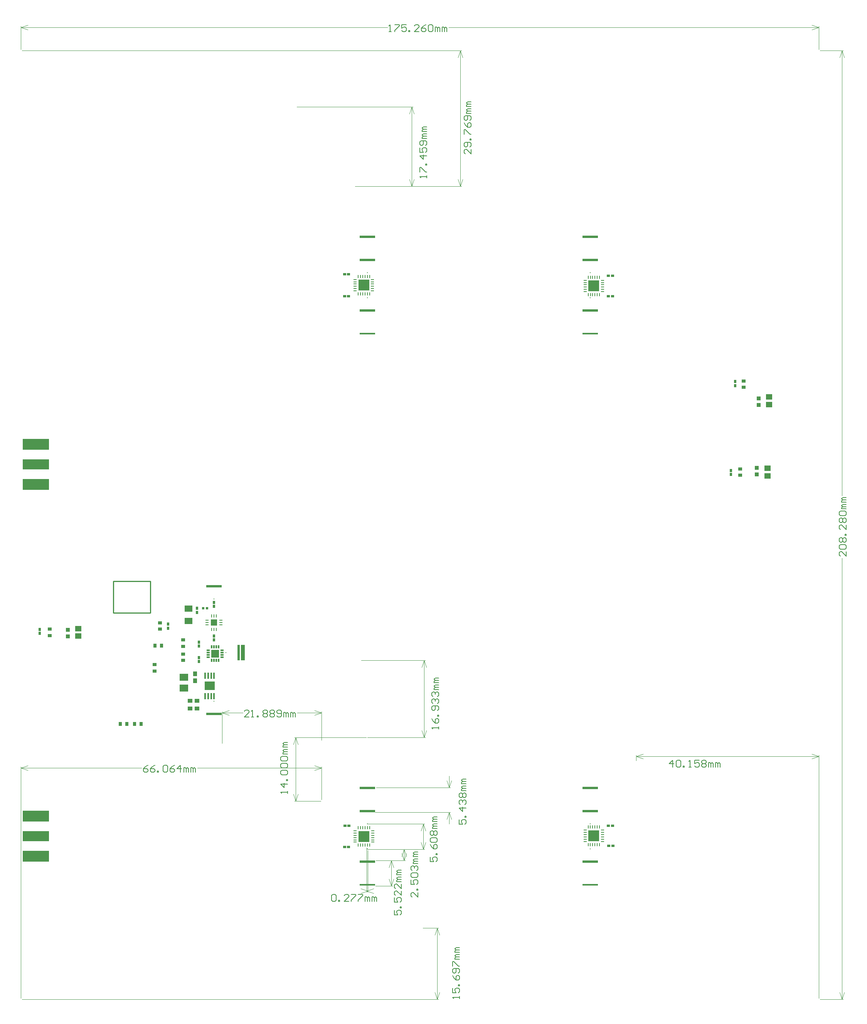
<source format=gtp>
G04*
G04 #@! TF.GenerationSoftware,Altium Limited,Altium Designer,23.2.1 (34)*
G04*
G04 Layer_Color=8421504*
%FSLAX25Y25*%
%MOIN*%
G70*
G04*
G04 #@! TF.SameCoordinates,F271847A-4AD1-4DFD-BFDE-6748CE706F92*
G04*
G04*
G04 #@! TF.FilePolarity,Positive*
G04*
G01*
G75*
%ADD12C,0.01000*%
%ADD15C,0.00394*%
%ADD16C,0.00600*%
%ADD17R,0.13610X0.01575*%
%ADD18R,0.03291X0.13610*%
%ADD19R,0.03543X0.02756*%
%ADD20R,0.01968X0.02756*%
%ADD21R,0.13610X0.01992*%
%ADD22R,0.09646X0.09646*%
%ADD23R,0.03150X0.00984*%
%ADD24R,0.00984X0.03150*%
%ADD25R,0.02598X0.02441*%
%ADD26R,0.13610X0.01968*%
%ADD27R,0.01100X0.01000*%
%ADD28R,0.01968X0.13610*%
%ADD29R,0.01000X0.01100*%
%ADD30R,0.05733X0.04940*%
%ADD31R,0.03591X0.03772*%
%ADD32R,0.23000X0.09000*%
%ADD33R,0.23000X0.09500*%
%ADD34R,0.02441X0.02598*%
%ADD35R,0.02756X0.03543*%
%ADD36R,0.01772X0.05315*%
%ADD37R,0.08898X0.07205*%
%ADD38R,0.05709X0.05709*%
%ADD39R,0.02559X0.00984*%
%ADD40R,0.00984X0.02559*%
%ADD41R,0.01181X0.02953*%
%ADD42R,0.02953X0.01181*%
%ADD43R,0.06890X0.06890*%
%ADD44R,0.07087X0.05315*%
%ADD45R,0.07284X0.06496*%
%ADD46R,0.03740X0.03937*%
%ADD47R,0.03937X0.03740*%
%ADD48R,0.02423X0.02254*%
D12*
X301905Y381390D02*
X302000Y354225D01*
X270016Y381279D02*
X270111Y354114D01*
X270016Y381279D02*
X301905Y381390D01*
X270111Y354114D02*
X302000Y354225D01*
D15*
X190000Y21000D02*
Y221000D01*
X450093Y192713D02*
Y221000D01*
X190000Y220000D02*
X294354D01*
X342539D02*
X450093D01*
X190000D02*
X196000Y218000D01*
X190000Y220000D02*
X196000Y222000D01*
X444093D02*
X450093Y220000D01*
X444093Y218000D02*
X450093Y220000D01*
X880000Y21000D02*
Y231000D01*
X721897Y226489D02*
Y231000D01*
X800949Y230000D02*
X880000D01*
X721897D02*
X800949D01*
X874000Y232000D02*
X880000Y230000D01*
X874000Y228000D02*
X880000Y230000D01*
X721897D02*
X727897Y228000D01*
X721897Y230000D02*
X727897Y232000D01*
X191000Y20000D02*
X551000D01*
X537527Y81799D02*
X551000D01*
X550000Y20000D02*
Y50899D01*
Y81799D01*
Y20000D02*
X552000Y26000D01*
X548000D02*
X550000Y20000D01*
X548000Y75799D02*
X550000Y81799D01*
X552000Y75799D01*
X191000Y840000D02*
X571000D01*
X490484Y722797D02*
X571000D01*
X570000Y781399D02*
Y840000D01*
Y722797D02*
Y781399D01*
X568000Y834000D02*
X570000Y840000D01*
X572000Y834000D01*
X570000Y722797D02*
X572000Y728797D01*
X568000D02*
X570000Y722797D01*
X881000Y20000D02*
X901000D01*
X881000Y840000D02*
X901000D01*
X900000Y20000D02*
Y401308D01*
Y455492D02*
Y840000D01*
Y20000D02*
X902000Y26000D01*
X898000D02*
X900000Y20000D01*
X898000Y834000D02*
X900000Y840000D01*
X902000Y834000D01*
X880000Y841000D02*
Y861000D01*
X190000Y841000D02*
Y861000D01*
X559992Y860000D02*
X880000D01*
X190000D02*
X506808D01*
X874000Y862000D02*
X880000Y860000D01*
X874000Y858000D02*
X880000Y860000D01*
X190000D02*
X196000Y858000D01*
X190000Y860000D02*
X196000Y862000D01*
X490026Y112800D02*
Y148782D01*
X488937Y112800D02*
Y151073D01*
X489482Y113800D02*
X490026D01*
X488937D02*
X489482D01*
X484026Y115800D02*
X490026Y113800D01*
X484026Y111800D02*
X490026Y113800D01*
X488937D02*
X494937Y111800D01*
X488937Y113800D02*
X494937Y115800D01*
X363912Y241257D02*
Y268700D01*
X450089Y243907D02*
Y268700D01*
X363912Y267700D02*
X381808D01*
X428994D02*
X450089D01*
X363912D02*
X369912Y265700D01*
X363912Y267700D02*
X369912Y269700D01*
X444089D02*
X450089Y267700D01*
X444089Y265700D02*
X450089Y267700D01*
X428539Y791504D02*
X529097D01*
X478892Y722768D02*
X529097D01*
X528097Y757136D02*
Y791504D01*
Y722768D02*
Y757136D01*
X526097Y785504D02*
X528097Y791504D01*
X530097Y785504D01*
X528097Y722768D02*
X530097Y728768D01*
X526097D02*
X528097Y722768D01*
X426600Y191250D02*
X449122D01*
X426600Y246368D02*
X488492D01*
X427600Y191250D02*
Y218809D01*
Y246368D01*
Y191250D02*
X429600Y197250D01*
X425600D02*
X427600Y191250D01*
X425600Y240368D02*
X427600Y246368D01*
X429600Y240368D01*
X491026Y149782D02*
X522400D01*
X496800Y139926D02*
X522400D01*
X521400Y144854D02*
Y149782D01*
Y139926D02*
Y144854D01*
X519400Y143782D02*
X521400Y149782D01*
X523400Y143782D01*
X521400Y139926D02*
X523400Y145926D01*
X519400D02*
X521400Y139926D01*
X496288Y181707D02*
X561400D01*
X497298Y203116D02*
X561400D01*
X560400D02*
Y213116D01*
Y171707D02*
Y181707D01*
Y203116D02*
X562400Y209116D01*
X558400D02*
X560400Y203116D01*
X558400Y175707D02*
X560400Y181707D01*
X562400Y175707D01*
X490039Y149778D02*
X539000D01*
X490035Y171858D02*
X539000D01*
X538000Y149778D02*
Y160818D01*
Y171858D01*
Y149778D02*
X540000Y155778D01*
X536000D02*
X538000Y149778D01*
X536000Y165858D02*
X538000Y171858D01*
X540000Y165858D01*
X496800Y139926D02*
X511200D01*
X496552Y118188D02*
X511200D01*
X510200Y129057D02*
Y139926D01*
Y118188D02*
Y129057D01*
X508200Y133926D02*
X510200Y139926D01*
X512200Y133926D01*
X510200Y118188D02*
X512200Y124188D01*
X508200D02*
X510200Y118188D01*
X536697Y252368D02*
X538697Y246368D01*
X540697Y252368D01*
X538697Y313035D02*
X540697Y307035D01*
X536697D02*
X538697Y313035D01*
Y246368D02*
Y279702D01*
Y313035D01*
X489492Y246368D02*
X539697D01*
X484367Y313035D02*
X539697D01*
D16*
X299952Y222399D02*
X297953Y221399D01*
X295953Y219400D01*
Y217401D01*
X296953Y216401D01*
X298953D01*
X299952Y217401D01*
Y218400D01*
X298953Y219400D01*
X295953D01*
X305950Y222399D02*
X303951Y221399D01*
X301952Y219400D01*
Y217401D01*
X302951Y216401D01*
X304951D01*
X305950Y217401D01*
Y218400D01*
X304951Y219400D01*
X301952D01*
X307950Y216401D02*
Y217401D01*
X308949D01*
Y216401D01*
X307950D01*
X312948Y221399D02*
X313948Y222399D01*
X315947D01*
X316947Y221399D01*
Y217401D01*
X315947Y216401D01*
X313948D01*
X312948Y217401D01*
Y221399D01*
X322945Y222399D02*
X320945Y221399D01*
X318946Y219400D01*
Y217401D01*
X319946Y216401D01*
X321945D01*
X322945Y217401D01*
Y218400D01*
X321945Y219400D01*
X318946D01*
X327943Y216401D02*
Y222399D01*
X324944Y219400D01*
X328943D01*
X330942Y216401D02*
Y220400D01*
X331942D01*
X332942Y219400D01*
Y216401D01*
Y219400D01*
X333941Y220400D01*
X334941Y219400D01*
Y216401D01*
X336940D02*
Y220400D01*
X337940D01*
X338940Y219400D01*
Y216401D01*
Y219400D01*
X339939Y220400D01*
X340939Y219400D01*
Y216401D01*
X753599Y220600D02*
Y226598D01*
X750600Y223599D01*
X754599D01*
X756598Y225598D02*
X757598Y226598D01*
X759597D01*
X760597Y225598D01*
Y221600D01*
X759597Y220600D01*
X757598D01*
X756598Y221600D01*
Y225598D01*
X762596Y220600D02*
Y221600D01*
X763596D01*
Y220600D01*
X762596D01*
X767594D02*
X769594D01*
X768594D01*
Y226598D01*
X767594Y225598D01*
X776592Y226598D02*
X772593D01*
Y223599D01*
X774592Y224599D01*
X775592D01*
X776592Y223599D01*
Y221600D01*
X775592Y220600D01*
X773593D01*
X772593Y221600D01*
X778591Y225598D02*
X779591Y226598D01*
X781590D01*
X782590Y225598D01*
Y224599D01*
X781590Y223599D01*
X782590Y222599D01*
Y221600D01*
X781590Y220600D01*
X779591D01*
X778591Y221600D01*
Y222599D01*
X779591Y223599D01*
X778591Y224599D01*
Y225598D01*
X779591Y223599D02*
X781590D01*
X784589Y220600D02*
Y224599D01*
X785589D01*
X786588Y223599D01*
Y220600D01*
Y223599D01*
X787588Y224599D01*
X788588Y223599D01*
Y220600D01*
X790587D02*
Y224599D01*
X791587D01*
X792586Y223599D01*
Y220600D01*
Y223599D01*
X793586Y224599D01*
X794586Y223599D01*
Y220600D01*
X569400Y20600D02*
Y22599D01*
Y21600D01*
X563402D01*
X564402Y20600D01*
X563402Y29597D02*
Y25598D01*
X566401D01*
X565401Y27598D01*
Y28597D01*
X566401Y29597D01*
X568400D01*
X569400Y28597D01*
Y26598D01*
X568400Y25598D01*
X569400Y31596D02*
X568400D01*
Y32596D01*
X569400D01*
Y31596D01*
X563402Y40593D02*
X564402Y38594D01*
X566401Y36595D01*
X568400D01*
X569400Y37595D01*
Y39594D01*
X568400Y40593D01*
X567401D01*
X566401Y39594D01*
Y36595D01*
X568400Y42593D02*
X569400Y43593D01*
Y45592D01*
X568400Y46592D01*
X564402D01*
X563402Y45592D01*
Y43593D01*
X564402Y42593D01*
X565401D01*
X566401Y43593D01*
Y46592D01*
X563402Y48591D02*
Y52590D01*
X564402D01*
X568400Y48591D01*
X569400D01*
Y54589D02*
X565401D01*
Y55589D01*
X566401Y56588D01*
X569400D01*
X566401D01*
X565401Y57588D01*
X566401Y58588D01*
X569400D01*
Y60587D02*
X565401D01*
Y61587D01*
X566401Y62586D01*
X569400D01*
X566401D01*
X565401Y63586D01*
X566401Y64586D01*
X569400D01*
X579400Y754599D02*
Y750600D01*
X575401Y754599D01*
X574402D01*
X573402Y753599D01*
Y751600D01*
X574402Y750600D01*
X578400Y756598D02*
X579400Y757598D01*
Y759597D01*
X578400Y760597D01*
X574402D01*
X573402Y759597D01*
Y757598D01*
X574402Y756598D01*
X575401D01*
X576401Y757598D01*
Y760597D01*
X579400Y762596D02*
X578400D01*
Y763596D01*
X579400D01*
Y762596D01*
X573402Y767594D02*
Y771593D01*
X574402D01*
X578400Y767594D01*
X579400D01*
X573402Y777591D02*
X574402Y775592D01*
X576401Y773593D01*
X578400D01*
X579400Y774592D01*
Y776592D01*
X578400Y777591D01*
X577401D01*
X576401Y776592D01*
Y773593D01*
X578400Y779591D02*
X579400Y780590D01*
Y782590D01*
X578400Y783589D01*
X574402D01*
X573402Y782590D01*
Y780590D01*
X574402Y779591D01*
X575401D01*
X576401Y780590D01*
Y783589D01*
X579400Y785589D02*
X575401D01*
Y786588D01*
X576401Y787588D01*
X579400D01*
X576401D01*
X575401Y788588D01*
X576401Y789587D01*
X579400D01*
Y791587D02*
X575401D01*
Y792586D01*
X576401Y793586D01*
X579400D01*
X576401D01*
X575401Y794586D01*
X576401Y795585D01*
X579400D01*
X903599Y406907D02*
Y402908D01*
X899600Y406907D01*
X898601D01*
X897601Y405907D01*
Y403908D01*
X898601Y402908D01*
Y408906D02*
X897601Y409906D01*
Y411905D01*
X898601Y412905D01*
X902599D01*
X903599Y411905D01*
Y409906D01*
X902599Y408906D01*
X898601D01*
Y414904D02*
X897601Y415904D01*
Y417903D01*
X898601Y418903D01*
X899600D01*
X900600Y417903D01*
X901600Y418903D01*
X902599D01*
X903599Y417903D01*
Y415904D01*
X902599Y414904D01*
X901600D01*
X900600Y415904D01*
X899600Y414904D01*
X898601D01*
X900600Y415904D02*
Y417903D01*
X903599Y420902D02*
X902599D01*
Y421902D01*
X903599D01*
Y420902D01*
Y429900D02*
Y425901D01*
X899600Y429900D01*
X898601D01*
X897601Y428900D01*
Y426900D01*
X898601Y425901D01*
Y431899D02*
X897601Y432899D01*
Y434898D01*
X898601Y435898D01*
X899600D01*
X900600Y434898D01*
X901600Y435898D01*
X902599D01*
X903599Y434898D01*
Y432899D01*
X902599Y431899D01*
X901600D01*
X900600Y432899D01*
X899600Y431899D01*
X898601D01*
X900600Y432899D02*
Y434898D01*
X898601Y437897D02*
X897601Y438897D01*
Y440896D01*
X898601Y441896D01*
X902599D01*
X903599Y440896D01*
Y438897D01*
X902599Y437897D01*
X898601D01*
X903599Y443895D02*
X899600D01*
Y444895D01*
X900600Y445894D01*
X903599D01*
X900600D01*
X899600Y446894D01*
X900600Y447894D01*
X903599D01*
Y449893D02*
X899600D01*
Y450893D01*
X900600Y451892D01*
X903599D01*
X900600D01*
X899600Y452892D01*
X900600Y453892D01*
X903599D01*
X508408Y856401D02*
X510407D01*
X509408D01*
Y862399D01*
X508408Y861399D01*
X513407Y862399D02*
X517405D01*
Y861399D01*
X513407Y857401D01*
Y856401D01*
X523403Y862399D02*
X519405D01*
Y859400D01*
X521404Y860400D01*
X522403D01*
X523403Y859400D01*
Y857401D01*
X522403Y856401D01*
X520404D01*
X519405Y857401D01*
X525403Y856401D02*
Y857401D01*
X526402D01*
Y856401D01*
X525403D01*
X534400D02*
X530401D01*
X534400Y860400D01*
Y861399D01*
X533400Y862399D01*
X531401D01*
X530401Y861399D01*
X540398Y862399D02*
X538398Y861399D01*
X536399Y859400D01*
Y857401D01*
X537399Y856401D01*
X539398D01*
X540398Y857401D01*
Y858400D01*
X539398Y859400D01*
X536399D01*
X542397Y861399D02*
X543397Y862399D01*
X545396D01*
X546396Y861399D01*
Y857401D01*
X545396Y856401D01*
X543397D01*
X542397Y857401D01*
Y861399D01*
X548395Y856401D02*
Y860400D01*
X549395D01*
X550394Y859400D01*
Y856401D01*
Y859400D01*
X551394Y860400D01*
X552394Y859400D01*
Y856401D01*
X554393D02*
Y860400D01*
X555393D01*
X556393Y859400D01*
Y856401D01*
Y859400D01*
X557392Y860400D01*
X558392Y859400D01*
Y856401D01*
X458700Y109798D02*
X459700Y110798D01*
X461699D01*
X462699Y109798D01*
Y105800D01*
X461699Y104800D01*
X459700D01*
X458700Y105800D01*
Y109798D01*
X464698Y104800D02*
Y105800D01*
X465698D01*
Y104800D01*
X464698D01*
X473695D02*
X469696D01*
X473695Y108799D01*
Y109798D01*
X472695Y110798D01*
X470696D01*
X469696Y109798D01*
X475695Y110798D02*
X479693D01*
Y109798D01*
X475695Y105800D01*
Y104800D01*
X481693Y110798D02*
X485691D01*
Y109798D01*
X481693Y105800D01*
Y104800D01*
X487691D02*
Y108799D01*
X488690D01*
X489690Y107799D01*
Y104800D01*
Y107799D01*
X490690Y108799D01*
X491689Y107799D01*
Y104800D01*
X493689D02*
Y108799D01*
X494688D01*
X495688Y107799D01*
Y104800D01*
Y107799D01*
X496688Y108799D01*
X497687Y107799D01*
Y104800D01*
X387406Y264101D02*
X383408D01*
X387406Y268100D01*
Y269099D01*
X386407Y270099D01*
X384407D01*
X383408Y269099D01*
X389406Y264101D02*
X391405D01*
X390406D01*
Y270099D01*
X389406Y269099D01*
X394404Y264101D02*
Y265101D01*
X395404D01*
Y264101D01*
X394404D01*
X399403Y269099D02*
X400402Y270099D01*
X402402D01*
X403401Y269099D01*
Y268100D01*
X402402Y267100D01*
X403401Y266100D01*
Y265101D01*
X402402Y264101D01*
X400402D01*
X399403Y265101D01*
Y266100D01*
X400402Y267100D01*
X399403Y268100D01*
Y269099D01*
X400402Y267100D02*
X402402D01*
X405401Y269099D02*
X406400Y270099D01*
X408400D01*
X409399Y269099D01*
Y268100D01*
X408400Y267100D01*
X409399Y266100D01*
Y265101D01*
X408400Y264101D01*
X406400D01*
X405401Y265101D01*
Y266100D01*
X406400Y267100D01*
X405401Y268100D01*
Y269099D01*
X406400Y267100D02*
X408400D01*
X411399Y265101D02*
X412398Y264101D01*
X414398D01*
X415397Y265101D01*
Y269099D01*
X414398Y270099D01*
X412398D01*
X411399Y269099D01*
Y268100D01*
X412398Y267100D01*
X415397D01*
X417397Y264101D02*
Y268100D01*
X418396D01*
X419396Y267100D01*
Y264101D01*
Y267100D01*
X420396Y268100D01*
X421395Y267100D01*
Y264101D01*
X423395D02*
Y268100D01*
X424395D01*
X425394Y267100D01*
Y264101D01*
Y267100D01*
X426394Y268100D01*
X427393Y267100D01*
Y264101D01*
X540800Y730026D02*
Y732025D01*
Y731026D01*
X534802D01*
X535802Y730026D01*
X534802Y735024D02*
Y739023D01*
X535802D01*
X539800Y735024D01*
X540800D01*
Y741022D02*
X539800D01*
Y742022D01*
X540800D01*
Y741022D01*
Y749020D02*
X534802D01*
X537801Y746021D01*
Y750020D01*
X534802Y756018D02*
Y752019D01*
X537801D01*
X536801Y754018D01*
Y755018D01*
X537801Y756018D01*
X539800D01*
X540800Y755018D01*
Y753019D01*
X539800Y752019D01*
Y758017D02*
X540800Y759017D01*
Y761016D01*
X539800Y762016D01*
X535802D01*
X534802Y761016D01*
Y759017D01*
X535802Y758017D01*
X536801D01*
X537801Y759017D01*
Y762016D01*
X540800Y764015D02*
X536801D01*
Y765015D01*
X537801Y766014D01*
X540800D01*
X537801D01*
X536801Y767014D01*
X537801Y768014D01*
X540800D01*
Y770013D02*
X536801D01*
Y771013D01*
X537801Y772012D01*
X540800D01*
X537801D01*
X536801Y773012D01*
X537801Y774012D01*
X540800D01*
X420600Y198200D02*
Y200199D01*
Y199200D01*
X414602D01*
X415602Y198200D01*
X420600Y206197D02*
X414602D01*
X417601Y203198D01*
Y207197D01*
X420600Y209196D02*
X419600D01*
Y210196D01*
X420600D01*
Y209196D01*
X415602Y214195D02*
X414602Y215195D01*
Y217194D01*
X415602Y218194D01*
X419600D01*
X420600Y217194D01*
Y215195D01*
X419600Y214195D01*
X415602D01*
Y220193D02*
X414602Y221193D01*
Y223192D01*
X415602Y224192D01*
X419600D01*
X420600Y223192D01*
Y221193D01*
X419600Y220193D01*
X415602D01*
Y226191D02*
X414602Y227191D01*
Y229190D01*
X415602Y230190D01*
X419600D01*
X420600Y229190D01*
Y227191D01*
X419600Y226191D01*
X415602D01*
X420600Y232189D02*
X416601D01*
Y233189D01*
X417601Y234188D01*
X420600D01*
X417601D01*
X416601Y235188D01*
X417601Y236188D01*
X420600D01*
Y238187D02*
X416601D01*
Y239187D01*
X417601Y240186D01*
X420600D01*
X417601D01*
X416601Y241186D01*
X417601Y242186D01*
X420600D01*
X533400Y112399D02*
Y108400D01*
X529401Y112399D01*
X528402D01*
X527402Y111399D01*
Y109400D01*
X528402Y108400D01*
X533400Y114398D02*
X532400D01*
Y115398D01*
X533400D01*
Y114398D01*
X527402Y123395D02*
Y119396D01*
X530401D01*
X529401Y121396D01*
Y122396D01*
X530401Y123395D01*
X532400D01*
X533400Y122396D01*
Y120396D01*
X532400Y119396D01*
X528402Y125394D02*
X527402Y126394D01*
Y128393D01*
X528402Y129393D01*
X532400D01*
X533400Y128393D01*
Y126394D01*
X532400Y125394D01*
X528402D01*
Y131393D02*
X527402Y132392D01*
Y134392D01*
X528402Y135391D01*
X529401D01*
X530401Y134392D01*
Y133392D01*
Y134392D01*
X531401Y135391D01*
X532400D01*
X533400Y134392D01*
Y132392D01*
X532400Y131393D01*
X533400Y137391D02*
X529401D01*
Y138390D01*
X530401Y139390D01*
X533400D01*
X530401D01*
X529401Y140390D01*
X530401Y141389D01*
X533400D01*
Y143389D02*
X529401D01*
Y144388D01*
X530401Y145388D01*
X533400D01*
X530401D01*
X529401Y146388D01*
X530401Y147387D01*
X533400D01*
X568798Y175317D02*
Y171318D01*
X571797D01*
X570797Y173317D01*
Y174317D01*
X571797Y175317D01*
X573796D01*
X574796Y174317D01*
Y172318D01*
X573796Y171318D01*
X574796Y177316D02*
X573796D01*
Y178316D01*
X574796D01*
Y177316D01*
Y185313D02*
X568798D01*
X571797Y182315D01*
Y186313D01*
X569798Y188313D02*
X568798Y189312D01*
Y191312D01*
X569798Y192311D01*
X570797D01*
X571797Y191312D01*
Y190312D01*
Y191312D01*
X572797Y192311D01*
X573796D01*
X574796Y191312D01*
Y189312D01*
X573796Y188313D01*
X569798Y194311D02*
X568798Y195310D01*
Y197310D01*
X569798Y198309D01*
X570797D01*
X571797Y197310D01*
X572797Y198309D01*
X573796D01*
X574796Y197310D01*
Y195310D01*
X573796Y194311D01*
X572797D01*
X571797Y195310D01*
X570797Y194311D01*
X569798D01*
X571797Y195310D02*
Y197310D01*
X574796Y200309D02*
X570797D01*
Y201308D01*
X571797Y202308D01*
X574796D01*
X571797D01*
X570797Y203308D01*
X571797Y204307D01*
X574796D01*
Y206307D02*
X570797D01*
Y207306D01*
X571797Y208306D01*
X574796D01*
X571797D01*
X570797Y209306D01*
X571797Y210305D01*
X574796D01*
X543902Y142899D02*
Y138900D01*
X546901D01*
X545901Y140899D01*
Y141899D01*
X546901Y142899D01*
X548900D01*
X549900Y141899D01*
Y139900D01*
X548900Y138900D01*
X549900Y144898D02*
X548900D01*
Y145898D01*
X549900D01*
Y144898D01*
X543902Y153895D02*
X544902Y151896D01*
X546901Y149896D01*
X548900D01*
X549900Y150896D01*
Y152895D01*
X548900Y153895D01*
X547901D01*
X546901Y152895D01*
Y149896D01*
X544902Y155894D02*
X543902Y156894D01*
Y158894D01*
X544902Y159893D01*
X548900D01*
X549900Y158894D01*
Y156894D01*
X548900Y155894D01*
X544902D01*
Y161893D02*
X543902Y162892D01*
Y164892D01*
X544902Y165891D01*
X545901D01*
X546901Y164892D01*
X547901Y165891D01*
X548900D01*
X549900Y164892D01*
Y162892D01*
X548900Y161893D01*
X547901D01*
X546901Y162892D01*
X545901Y161893D01*
X544902D01*
X546901Y162892D02*
Y164892D01*
X549900Y167891D02*
X545901D01*
Y168890D01*
X546901Y169890D01*
X549900D01*
X546901D01*
X545901Y170890D01*
X546901Y171889D01*
X549900D01*
Y173889D02*
X545901D01*
Y174888D01*
X546901Y175888D01*
X549900D01*
X546901D01*
X545901Y176888D01*
X546901Y177887D01*
X549900D01*
X513102Y96899D02*
Y92900D01*
X516101D01*
X515101Y94899D01*
Y95899D01*
X516101Y96899D01*
X518100D01*
X519100Y95899D01*
Y93900D01*
X518100Y92900D01*
X519100Y98898D02*
X518100D01*
Y99898D01*
X519100D01*
Y98898D01*
X513102Y107895D02*
Y103896D01*
X516101D01*
X515101Y105896D01*
Y106895D01*
X516101Y107895D01*
X518100D01*
X519100Y106895D01*
Y104896D01*
X518100Y103896D01*
X519100Y113893D02*
Y109895D01*
X515101Y113893D01*
X514102D01*
X513102Y112893D01*
Y110894D01*
X514102Y109895D01*
X519100Y119891D02*
Y115893D01*
X515101Y119891D01*
X514102D01*
X513102Y118892D01*
Y116892D01*
X514102Y115893D01*
X519100Y121891D02*
X515101D01*
Y122890D01*
X516101Y123890D01*
X519100D01*
X516101D01*
X515101Y124890D01*
X516101Y125889D01*
X519100D01*
Y127889D02*
X515101D01*
Y128888D01*
X516101Y129888D01*
X519100D01*
X516101D01*
X515101Y130888D01*
X516101Y131887D01*
X519100D01*
X551400Y253626D02*
Y255625D01*
Y254626D01*
X545402D01*
X546402Y253626D01*
X545402Y262623D02*
X546402Y260624D01*
X548401Y258624D01*
X550400D01*
X551400Y259624D01*
Y261623D01*
X550400Y262623D01*
X549401D01*
X548401Y261623D01*
Y258624D01*
X551400Y264622D02*
X550400D01*
Y265622D01*
X551400D01*
Y264622D01*
X550400Y269621D02*
X551400Y270620D01*
Y272620D01*
X550400Y273620D01*
X546402D01*
X545402Y272620D01*
Y270620D01*
X546402Y269621D01*
X547401D01*
X548401Y270620D01*
Y273620D01*
X546402Y275619D02*
X545402Y276619D01*
Y278618D01*
X546402Y279618D01*
X547401D01*
X548401Y278618D01*
Y277618D01*
Y278618D01*
X549401Y279618D01*
X550400D01*
X551400Y278618D01*
Y276619D01*
X550400Y275619D01*
X546402Y281617D02*
X545402Y282617D01*
Y284616D01*
X546402Y285616D01*
X547401D01*
X548401Y284616D01*
Y283616D01*
Y284616D01*
X549401Y285616D01*
X550400D01*
X551400Y284616D01*
Y282617D01*
X550400Y281617D01*
X551400Y287615D02*
X547401D01*
Y288615D01*
X548401Y289614D01*
X551400D01*
X548401D01*
X547401Y290614D01*
X548401Y291614D01*
X551400D01*
Y293613D02*
X547401D01*
Y294613D01*
X548401Y295612D01*
X551400D01*
X548401D01*
X547401Y296612D01*
X548401Y297612D01*
X551400D01*
D17*
X489475Y595437D02*
D03*
X682388D02*
D03*
X489475Y118941D02*
D03*
X682388D02*
D03*
D18*
X382110Y319843D02*
D03*
D19*
X310200Y340044D02*
D03*
Y345556D02*
D03*
X814799Y554433D02*
D03*
Y548921D02*
D03*
X811908Y478487D02*
D03*
Y472975D02*
D03*
X214898Y334551D02*
D03*
Y340063D02*
D03*
X305708Y309387D02*
D03*
Y303875D02*
D03*
X330289Y312913D02*
D03*
Y318425D02*
D03*
Y325117D02*
D03*
Y330629D02*
D03*
D20*
X317400Y344372D02*
D03*
Y340828D02*
D03*
X807614Y554039D02*
D03*
Y550496D02*
D03*
X804008Y473659D02*
D03*
Y477202D02*
D03*
X206236Y339866D02*
D03*
Y336323D02*
D03*
D21*
X682406Y202665D02*
D03*
X489492Y202665D02*
D03*
X682398Y679095D02*
D03*
X489484D02*
D03*
D22*
X486531Y637264D02*
D03*
X685404Y636581D02*
D03*
X685370Y161389D02*
D03*
X486539Y160835D02*
D03*
D23*
X478953Y632342D02*
D03*
Y634311D02*
D03*
Y636279D02*
D03*
Y638248D02*
D03*
Y640217D02*
D03*
Y642185D02*
D03*
X494110D02*
D03*
Y640217D02*
D03*
Y638248D02*
D03*
Y636279D02*
D03*
Y634311D02*
D03*
Y632342D02*
D03*
X692983Y641502D02*
D03*
Y639534D02*
D03*
Y637565D02*
D03*
Y635597D02*
D03*
Y633628D02*
D03*
Y631660D02*
D03*
X677825D02*
D03*
Y633628D02*
D03*
Y635597D02*
D03*
Y637565D02*
D03*
Y639534D02*
D03*
Y641502D02*
D03*
X677791Y166310D02*
D03*
Y164341D02*
D03*
Y162373D02*
D03*
Y160404D02*
D03*
Y158436D02*
D03*
Y156467D02*
D03*
X692949D02*
D03*
Y158436D02*
D03*
Y160404D02*
D03*
Y162373D02*
D03*
Y164341D02*
D03*
Y166310D02*
D03*
X478961Y155913D02*
D03*
Y157882D02*
D03*
Y159850D02*
D03*
Y161819D02*
D03*
Y163787D02*
D03*
Y165756D02*
D03*
X494118D02*
D03*
Y163787D02*
D03*
Y161819D02*
D03*
Y159850D02*
D03*
Y157882D02*
D03*
Y155913D02*
D03*
D24*
X481610Y644842D02*
D03*
X483579D02*
D03*
X485547D02*
D03*
X487516D02*
D03*
X489484D02*
D03*
X491453D02*
D03*
Y629685D02*
D03*
X489484D02*
D03*
X487516D02*
D03*
X485547D02*
D03*
X483579D02*
D03*
X481610D02*
D03*
X690325Y629002D02*
D03*
X688357D02*
D03*
X686388D02*
D03*
X684420D02*
D03*
X682451D02*
D03*
X680483D02*
D03*
Y644160D02*
D03*
X682451D02*
D03*
X684420D02*
D03*
X686388D02*
D03*
X688357D02*
D03*
X690325D02*
D03*
X690291Y168967D02*
D03*
X688323D02*
D03*
X686354D02*
D03*
X684386D02*
D03*
X682417D02*
D03*
X680449D02*
D03*
Y153810D02*
D03*
X682417D02*
D03*
X684386D02*
D03*
X686354D02*
D03*
X688323D02*
D03*
X690291D02*
D03*
X481618Y168413D02*
D03*
X483587D02*
D03*
X485555D02*
D03*
X487524D02*
D03*
X489492D02*
D03*
X491461D02*
D03*
Y153256D02*
D03*
X489492D02*
D03*
X487524D02*
D03*
X485555D02*
D03*
X483587D02*
D03*
X481618D02*
D03*
D25*
X469976Y627716D02*
D03*
X473441D02*
D03*
X469976Y646614D02*
D03*
X473441D02*
D03*
X698087Y645532D02*
D03*
X701551D02*
D03*
X698087Y627815D02*
D03*
X701551D02*
D03*
X701559Y170185D02*
D03*
X698095D02*
D03*
X701894Y152665D02*
D03*
X698429D02*
D03*
X473252Y151681D02*
D03*
X469787D02*
D03*
X473646Y170087D02*
D03*
X470181D02*
D03*
D26*
X489472Y615386D02*
D03*
X682387Y615356D02*
D03*
X489472Y659114D02*
D03*
X682386D02*
D03*
X682393Y138957D02*
D03*
X682394Y182685D02*
D03*
X489479Y138955D02*
D03*
X489479Y182685D02*
D03*
X357108Y266607D02*
D03*
X357008Y377054D02*
D03*
D27*
X489472Y626409D02*
D03*
X682387Y626379D02*
D03*
X489472Y648091D02*
D03*
X682386D02*
D03*
X682393Y149980D02*
D03*
X682394Y171661D02*
D03*
X489479Y149979D02*
D03*
X489479Y171661D02*
D03*
X357108Y277631D02*
D03*
X357008Y366031D02*
D03*
D28*
X378320Y319802D02*
D03*
D29*
X367297D02*
D03*
D30*
X836933Y534206D02*
D03*
Y540708D02*
D03*
X239504Y340460D02*
D03*
Y333958D02*
D03*
X835665Y472537D02*
D03*
Y479039D02*
D03*
D31*
X828023Y539327D02*
D03*
Y533602D02*
D03*
X230449Y333658D02*
D03*
Y339382D02*
D03*
X826315Y479441D02*
D03*
Y473717D02*
D03*
D32*
X203008Y482453D02*
D03*
Y161081D02*
D03*
D33*
Y465203D02*
D03*
Y499703D02*
D03*
Y143831D02*
D03*
Y178331D02*
D03*
D34*
X357008Y363195D02*
D03*
Y359731D02*
D03*
X344109Y315434D02*
D03*
Y311969D02*
D03*
X344011Y325257D02*
D03*
Y328721D02*
D03*
X342408Y357963D02*
D03*
Y354498D02*
D03*
X357008Y330598D02*
D03*
Y334063D02*
D03*
D35*
X311556Y325700D02*
D03*
X306044D02*
D03*
X293808Y257931D02*
D03*
X288296D02*
D03*
X281508Y258031D02*
D03*
X275996D02*
D03*
D36*
X349420Y282202D02*
D03*
X351979D02*
D03*
X354538D02*
D03*
X357097D02*
D03*
X349420Y299722D02*
D03*
X351979D02*
D03*
X354538D02*
D03*
X357097D02*
D03*
D37*
X353259Y290962D02*
D03*
D38*
X357003Y345591D02*
D03*
D39*
X351097Y343583D02*
D03*
Y345591D02*
D03*
Y347599D02*
D03*
X362908D02*
D03*
Y345591D02*
D03*
Y343583D02*
D03*
D40*
X354995Y351497D02*
D03*
X357003D02*
D03*
X359011D02*
D03*
Y339686D02*
D03*
X357003D02*
D03*
X354995D02*
D03*
D41*
X355034Y312914D02*
D03*
X357003D02*
D03*
X358971D02*
D03*
X360940D02*
D03*
Y324725D02*
D03*
X358971D02*
D03*
X357003D02*
D03*
X355034D02*
D03*
D42*
X363893Y315867D02*
D03*
Y317835D02*
D03*
Y319804D02*
D03*
Y321772D02*
D03*
X352081D02*
D03*
Y319804D02*
D03*
Y317835D02*
D03*
Y315867D02*
D03*
D43*
X357987Y318819D02*
D03*
D44*
X335008Y347017D02*
D03*
Y357844D02*
D03*
D45*
X330920Y288911D02*
D03*
Y298557D02*
D03*
D46*
X340467Y301411D02*
D03*
Y295505D02*
D03*
D47*
X342161Y278031D02*
D03*
X336255D02*
D03*
X342161Y271231D02*
D03*
X336255D02*
D03*
D48*
X351008Y358131D02*
D03*
X347633D02*
D03*
M02*

</source>
